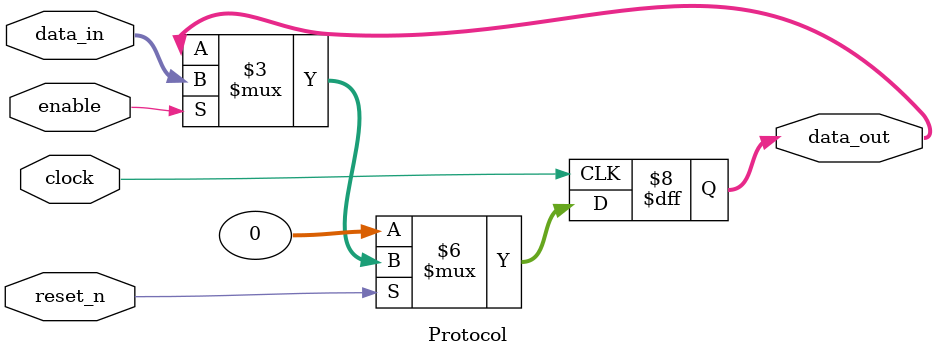
<source format=v>
module Protocol (clock, reset_n, enable, data_in, data_out);

input clock, reset_n, enable;
input [31:0] data_in;
output reg [31:0] data_out;

always @(negedge clock)
begin
	if (!reset_n)
		data_out <= 32'b0;
	else
		if (enable)	data_out <= data_in;
end

endmodule

</source>
